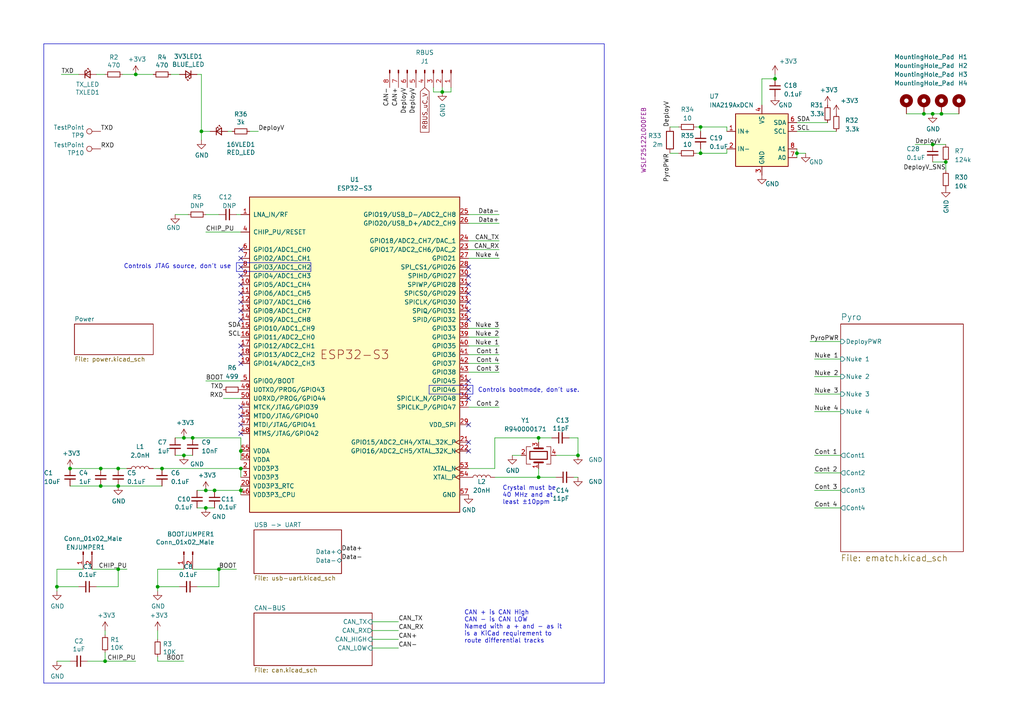
<source format=kicad_sch>
(kicad_sch (version 20230121) (generator eeschema)
  (paper "A4")
  (lib_symbols
    (symbol "Connector:Conn_01x02_Male" (pin_names (offset 1.016) hide)
      (property "Reference" "J" (at 0 2.54 0))
      (property "Value" "Conn_01x02_Male" (at 0 -5.08 0))
      (symbol "Conn_01x02_Male_1_1"
        (polyline (pts (xy 1.27 -2.54) (xy 0.8636 -2.54)) (stroke (width 0.1524)))
        (polyline (pts (xy 1.27 0) (xy 0.8636 0)) (stroke (width 0.1524)))
        (rectangle (start 0.8636 -2.413) (end 0 -2.667) (stroke (width 0.1524)) (fill (type outline)))
        (rectangle (start 0.8636 0.127) (end 0 -0.127) (stroke (width 0.1524)) (fill (type outline)))
        (pin passive line (at 5.08 0 180) (length 3.81) (name "Pin_1") (number "1"))
        (pin passive line (at 5.08 -2.54 180) (length 3.81) (name "Pin_2") (number "2"))
      )
    )
    (symbol "Connector:Conn_01x08_Pin" (pin_names (offset 1.016) hide)
      (property "Reference" "J" (at 0 10.16 0))
      (property "Value" "Conn_01x08_Pin" (at 0 -12.7 0))
      (symbol "Conn_01x08_Pin_1_1"
        (polyline (pts (xy 1.27 -10.16) (xy 0.8636 -10.16)) (stroke (width 0.1524)))
        (polyline (pts (xy 1.27 -7.62) (xy 0.8636 -7.62)) (stroke (width 0.1524)))
        (polyline (pts (xy 1.27 -5.08) (xy 0.8636 -5.08)) (stroke (width 0.1524)))
        (polyline (pts (xy 1.27 -2.54) (xy 0.8636 -2.54)) (stroke (width 0.1524)))
        (polyline (pts (xy 1.27 0) (xy 0.8636 0)) (stroke (width 0.1524)))
        (polyline (pts (xy 1.27 2.54) (xy 0.8636 2.54)) (stroke (width 0.1524)))
        (polyline (pts (xy 1.27 5.08) (xy 0.8636 5.08)) (stroke (width 0.1524)))
        (polyline (pts (xy 1.27 7.62) (xy 0.8636 7.62)) (stroke (width 0.1524)))
        (rectangle (start 0.8636 -10.033) (end 0 -10.287) (stroke (width 0.1524)) (fill (type outline)))
        (rectangle (start 0.8636 -7.493) (end 0 -7.747) (stroke (width 0.1524)) (fill (type outline)))
        (rectangle (start 0.8636 -4.953) (end 0 -5.207) (stroke (width 0.1524)) (fill (type outline)))
        (rectangle (start 0.8636 -2.413) (end 0 -2.667) (stroke (width 0.1524)) (fill (type outline)))
        (rectangle (start 0.8636 0.127) (end 0 -0.127) (stroke (width 0.1524)) (fill (type outline)))
        (rectangle (start 0.8636 2.667) (end 0 2.413) (stroke (width 0.1524)) (fill (type outline)))
        (rectangle (start 0.8636 5.207) (end 0 4.953) (stroke (width 0.1524)) (fill (type outline)))
        (rectangle (start 0.8636 7.747) (end 0 7.493) (stroke (width 0.1524)) (fill (type outline)))
        (pin passive line (at 5.08 7.62 180) (length 3.81) (name "Pin_1") (number "1"))
        (pin passive line (at 5.08 5.08 180) (length 3.81) (name "Pin_2") (number "2"))
        (pin passive line (at 5.08 2.54 180) (length 3.81) (name "Pin_3") (number "3"))
        (pin passive line (at 5.08 0 180) (length 3.81) (name "Pin_4") (number "4"))
        (pin passive line (at 5.08 -2.54 180) (length 3.81) (name "Pin_5") (number "5"))
        (pin passive line (at 5.08 -5.08 180) (length 3.81) (name "Pin_6") (number "6"))
        (pin passive line (at 5.08 -7.62 180) (length 3.81) (name "Pin_7") (number "7"))
        (pin passive line (at 5.08 -10.16 180) (length 3.81) (name "Pin_8") (number "8"))
      )
    )
    (symbol "Connector:TestPoint" (pin_numbers hide) (pin_names (offset 0.762) hide)
      (property "Reference" "TP" (at 0 6.858 0))
      (property "Value" "TestPoint" (at 0 5.08 0))
      (symbol "TestPoint_0_1"
        (circle (center 0 3.302) (radius 0.762))
      )
      (symbol "TestPoint_1_1"
        (pin passive line (at 0 0 90) (length 2.54) (name "1") (number "1"))
      )
    )
    (symbol "Device:C_Small" (pin_numbers hide) (pin_names (offset 0.254) hide)
      (property "Reference" "C" (at 0.254 1.778 0))
      (property "Value" "C_Small" (at 0.254 -2.032 0))
      (symbol "C_Small_0_1"
        (polyline (pts (xy -1.524 -0.508) (xy 1.524 -0.508)) (stroke (width 0.3302)))
        (polyline (pts (xy -1.524 0.508) (xy 1.524 0.508)) (stroke (width 0.3048)))
      )
      (symbol "C_Small_1_1"
        (pin passive line (at 0 2.54 270) (length 2.032) (name "~") (number "1"))
        (pin passive line (at 0 -2.54 90) (length 2.032) (name "~") (number "2"))
      )
    )
    (symbol "Device:Crystal_GND24" (pin_names (offset 1.016) hide)
      (property "Reference" "Y" (at 3.175 5.08 0))
      (property "Value" "Crystal_GND24" (at 3.175 3.175 0))
      (symbol "Crystal_GND24_0_1"
        (rectangle (start -1.143 2.54) (end 1.143 -2.54) (stroke (width 0.3048)))
        (polyline (pts (xy -2.54 0) (xy -2.032 0)))
        (polyline (pts (xy -2.032 -1.27) (xy -2.032 1.27)) (stroke (width 0.508)))
        (polyline (pts (xy 0 -3.81) (xy 0 -3.556)))
        (polyline (pts (xy 0 3.556) (xy 0 3.81)))
        (polyline (pts (xy 2.032 -1.27) (xy 2.032 1.27)) (stroke (width 0.508)))
        (polyline (pts (xy 2.032 0) (xy 2.54 0)))
        (polyline (pts (xy -2.54 -2.286) (xy -2.54 -3.556) (xy 2.54 -3.556) (xy 2.54 -2.286)))
        (polyline (pts (xy -2.54 2.286) (xy -2.54 3.556) (xy 2.54 3.556) (xy 2.54 2.286)))
      )
      (symbol "Crystal_GND24_1_1"
        (pin passive line (at -3.81 0 0) (length 1.27) (name "1") (number "1"))
        (pin passive line (at 0 5.08 270) (length 1.27) (name "2") (number "2"))
        (pin passive line (at 3.81 0 180) (length 1.27) (name "3") (number "3"))
        (pin passive line (at 0 -5.08 90) (length 1.27) (name "4") (number "4"))
      )
    )
    (symbol "Device:L" (pin_numbers hide) (pin_names (offset 1.016) hide)
      (property "Reference" "L" (at -1.27 0 90))
      (property "Value" "L" (at 1.905 0 90))
      (symbol "L_0_1"
        (arc (start 0 -2.54) (mid 0.6323 -1.905) (end 0 -1.27))
        (arc (start 0 -1.27) (mid 0.6323 -0.635) (end 0 0))
        (arc (start 0 0) (mid 0.6323 0.635) (end 0 1.27))
        (arc (start 0 1.27) (mid 0.6323 1.905) (end 0 2.54))
      )
      (symbol "L_1_1"
        (pin passive line (at 0 3.81 270) (length 1.27) (name "1") (number "1"))
        (pin passive line (at 0 -3.81 90) (length 1.27) (name "2") (number "2"))
      )
    )
    (symbol "Device:LED_Small" (pin_numbers hide) (pin_names (offset 0.254) hide)
      (property "Reference" "D" (at -1.27 3.175 0))
      (property "Value" "LED_Small" (at -4.445 -2.54 0))
      (symbol "LED_Small_0_1"
        (polyline (pts (xy -0.762 -1.016) (xy -0.762 1.016)) (stroke (width 0.254)))
        (polyline (pts (xy 1.016 0) (xy -0.762 0)))
        (polyline (pts (xy 0.762 -1.016) (xy -0.762 0) (xy 0.762 1.016) (xy 0.762 -1.016)) (stroke (width 0.254)))
        (polyline (pts (xy 0 0.762) (xy -0.508 1.27) (xy -0.254 1.27) (xy -0.508 1.27) (xy -0.508 1.016)))
        (polyline (pts (xy 0.508 1.27) (xy 0 1.778) (xy 0.254 1.778) (xy 0 1.778) (xy 0 1.524)))
      )
      (symbol "LED_Small_1_1"
        (pin passive line (at -2.54 0 0) (length 1.778) (name "K") (number "1"))
        (pin passive line (at 2.54 0 180) (length 1.778) (name "A") (number "2"))
      )
    )
    (symbol "Device:R" (pin_numbers hide) (pin_names (offset 0))
      (property "Reference" "R" (at 2.032 0 90))
      (property "Value" "R" (at 0 0 90))
      (symbol "R_0_1"
        (rectangle (start -1.016 -2.54) (end 1.016 2.54) (stroke (width 0.254)))
      )
      (symbol "R_1_1"
        (pin passive line (at 0 3.81 270) (length 1.27) (name "~") (number "1"))
        (pin passive line (at 0 -3.81 90) (length 1.27) (name "~") (number "2"))
      )
    )
    (symbol "Device:R_Small" (pin_numbers hide) (pin_names (offset 0.254) hide)
      (property "Reference" "R" (at 0.762 0.508 0))
      (property "Value" "R_Small" (at 0.762 -1.016 0))
      (symbol "R_Small_0_1"
        (rectangle (start -0.762 1.778) (end 0.762 -1.778) (stroke (width 0.2032)))
      )
      (symbol "R_Small_1_1"
        (pin passive line (at 0 2.54 270) (length 0.762) (name "~") (number "1"))
        (pin passive line (at 0 -2.54 90) (length 0.762) (name "~") (number "2"))
      )
    )
    (symbol "Espressif:ESP32-S3" (pin_names (offset 1.016))
      (property "Reference" "U" (at 0 48.26 0))
      (property "Value" "ESP32-S3" (at 0 -48.26 0))
      (symbol "ESP32-S3_0_0"
        (text "ESP32-S3" (at 0 0 0) (effects (font (size 2.54 2.54))))
        (pin bidirectional line (at 33.02 -12.7 180) (length 2.54) (name "SPICLK_N/GPIO48") (number "36"))
        (pin bidirectional line (at 33.02 -15.24 180) (length 2.54) (name "SPICLK_P/GPIO47") (number "37"))
      )
      (symbol "ESP32-S3_0_1"
        (rectangle (start -30.48 45.72) (end 30.48 -45.72) (stroke (width 0.254)) (fill (type background)))
      )
      (symbol "ESP32-S3_1_1"
        (pin bidirectional line (at -33.02 40.64 0) (length 2.54) (name "LNA_IN/RF") (number "1"))
        (pin bidirectional line (at -33.02 20.32 0) (length 2.54) (name "GPIO5/ADC1_CH4") (number "10"))
        (pin bidirectional line (at -33.02 17.78 0) (length 2.54) (name "GPIO6/ADC1_CH5") (number "11"))
        (pin bidirectional line (at -33.02 15.24 0) (length 2.54) (name "GPIO7/ADC1_CH6") (number "12"))
        (pin bidirectional line (at -33.02 12.7 0) (length 2.54) (name "GPIO8/ADC1_CH7") (number "13"))
        (pin bidirectional line (at -33.02 10.16 0) (length 2.54) (name "GPIO9/ADC1_CH8") (number "14"))
        (pin bidirectional line (at -33.02 7.62 0) (length 2.54) (name "GPIO10/ADC1_CH9") (number "15"))
        (pin bidirectional line (at -33.02 5.08 0) (length 2.54) (name "GPIO11/ADC2_CH0") (number "16"))
        (pin bidirectional line (at -33.02 2.54 0) (length 2.54) (name "GPIO12/ADC2_CH1") (number "17"))
        (pin bidirectional line (at -33.02 0 0) (length 2.54) (name "GPIO13/ADC2_CH2") (number "18"))
        (pin bidirectional line (at -33.02 -2.54 0) (length 2.54) (name "GPIO14/ADC2_CH3") (number "19"))
        (pin power_in line (at -33.02 -33.02 0) (length 2.54) (name "VDD3P3") (number "2"))
        (pin power_in line (at -33.02 -38.1 0) (length 2.54) (name "VDD3P3_RTC") (number "20"))
        (pin input clock (at 33.02 -25.4 180) (length 2.54) (name "GPIO15/ADC2_CH4/XTAL_32K_P") (number "21"))
        (pin output clock (at 33.02 -27.94 180) (length 2.54) (name "GPIO16/ADC2_CH5/XTAL_32K_N") (number "22"))
        (pin bidirectional line (at 33.02 30.48 180) (length 2.54) (name "GPIO17/ADC2_CH6/DAC_2") (number "23"))
        (pin bidirectional line (at 33.02 33.02 180) (length 2.54) (name "GPIO18/ADC2_CH7/DAC_1") (number "24"))
        (pin bidirectional line (at 33.02 40.64 180) (length 2.54) (name "GPIO19/USB_D-/ADC2_CH8") (number "25"))
        (pin bidirectional line (at 33.02 38.1 180) (length 2.54) (name "GPIO20/USB_D+/ADC2_CH9") (number "26"))
        (pin bidirectional line (at 33.02 27.94 180) (length 2.54) (name "GPIO21") (number "27"))
        (pin bidirectional line (at 33.02 25.4 180) (length 2.54) (name "SPI_CS1/GPIO26") (number "28"))
        (pin power_out line (at 33.02 -20.32 180) (length 2.54) (name "VDD_SPI") (number "29"))
        (pin power_in line (at -33.02 -35.56 0) (length 2.54) (name "VDD3P3") (number "3"))
        (pin bidirectional line (at 33.02 22.86 180) (length 2.54) (name "SPIHD/GPIO27") (number "30"))
        (pin bidirectional line (at 33.02 20.32 180) (length 2.54) (name "SPIWP/GPIO28") (number "31"))
        (pin bidirectional line (at 33.02 17.78 180) (length 2.54) (name "SPICS0/GPIO29") (number "32"))
        (pin bidirectional line (at 33.02 15.24 180) (length 2.54) (name "SPICLK/GPIO30") (number "33"))
        (pin bidirectional line (at 33.02 12.7 180) (length 2.54) (name "SPIQ/GPIO31") (number "34"))
        (pin bidirectional line (at 33.02 10.16 180) (length 2.54) (name "SPID/GPIO32") (number "35"))
        (pin bidirectional line (at 33.02 7.62 180) (length 2.54) (name "GPIO33") (number "38"))
        (pin bidirectional line (at 33.02 5.08 180) (length 2.54) (name "GPIO34") (number "39"))
        (pin input line (at -33.02 35.56 0) (length 2.54) (name "CHIP_PU/RESET") (number "4"))
        (pin bidirectional line (at 33.02 2.54 180) (length 2.54) (name "GPIO35") (number "40"))
        (pin bidirectional line (at 33.02 0 180) (length 2.54) (name "GPIO36") (number "41"))
        (pin bidirectional line (at 33.02 -2.54 180) (length 2.54) (name "GPIO37") (number "42"))
        (pin bidirectional line (at 33.02 -5.08 180) (length 2.54) (name "GPIO38") (number "43"))
        (pin bidirectional line (at -33.02 -15.24 0) (length 2.54) (name "MTCK/JTAG/GPIO39") (number "44"))
        (pin bidirectional line (at -33.02 -17.78 0) (length 2.54) (name "MTDO/JTAG/GPIO40") (number "45"))
        (pin power_in line (at -33.02 -40.64 0) (length 2.54) (name "VDD3P3_CPU") (number "46"))
        (pin bidirectional line (at -33.02 -20.32 0) (length 2.54) (name "MTDI/JTAG/GPIO41") (number "47"))
        (pin bidirectional line (at -33.02 -22.86 0) (length 2.54) (name "MTMS/JTAG/GPIO42") (number "48"))
        (pin bidirectional line (at -33.02 -10.16 0) (length 2.54) (name "U0TXD/PROG/GPIO43") (number "49"))
        (pin bidirectional line (at -33.02 -7.62 0) (length 2.54) (name "GPIO0/BOOT") (number "5"))
        (pin bidirectional line (at -33.02 -12.7 0) (length 2.54) (name "U0RXD/PROG/GPIO44") (number "50"))
        (pin bidirectional line (at 33.02 -7.62 180) (length 2.54) (name "GPIO45") (number "51"))
        (pin bidirectional line (at 33.02 -10.16 180) (length 2.54) (name "GPIO46") (number "52"))
        (pin input clock (at 33.02 -33.02 180) (length 2.54) (name "XTAL_N") (number "53"))
        (pin output clock (at 33.02 -35.56 180) (length 2.54) (name "XTAL_P") (number "54"))
        (pin power_in line (at -33.02 -27.94 0) (length 2.54) (name "VDDA") (number "55"))
        (pin power_in line (at -33.02 -30.48 0) (length 2.54) (name "VDDA") (number "56"))
        (pin power_in line (at 33.02 -40.64 180) (length 2.54) (name "GND") (number "57"))
        (pin bidirectional line (at -33.02 30.48 0) (length 2.54) (name "GPIO1/ADC1_CH0") (number "6"))
        (pin bidirectional line (at -33.02 27.94 0) (length 2.54) (name "GPIO2/ADC1_CH1") (number "7"))
        (pin bidirectional line (at -33.02 25.4 0) (length 2.54) (name "GPIO3/ADC1_CH2") (number "8"))
        (pin bidirectional line (at -33.02 22.86 0) (length 2.54) (name "GPIO4/ADC1_CH3") (number "9"))
      )
    )
    (symbol "Mechanical:MountingHole_Pad" (pin_numbers hide) (pin_names (offset 1.016) hide)
      (property "Reference" "H" (at 0 6.35 0))
      (property "Value" "MountingHole_Pad" (at 0 4.445 0))
      (symbol "MountingHole_Pad_0_1"
        (circle (center 0 1.27) (radius 1.27) (stroke (width 1.27)))
      )
      (symbol "MountingHole_Pad_1_1"
        (pin input line (at 0 -2.54 90) (length 2.54) (name "1") (number "1"))
      )
    )
    (symbol "Sensor_Energy:INA219AxDCN"
      (property "Reference" "U" (at -6.35 8.89 0))
      (property "Value" "INA219AxDCN" (at 6.35 8.89 0))
      (symbol "INA219AxDCN_0_1"
        (rectangle (start -7.62 7.62) (end 7.62 -7.62) (stroke (width 0.254)) (fill (type background)))
      )
      (symbol "INA219AxDCN_1_1"
        (pin input line (at -10.16 2.54 0) (length 2.54) (name "IN+") (number "1"))
        (pin input line (at -10.16 -2.54 0) (length 2.54) (name "IN-") (number "2"))
        (pin power_in line (at 0 -10.16 90) (length 2.54) (name "GND") (number "3"))
        (pin power_in line (at 0 10.16 270) (length 2.54) (name "VS") (number "4"))
        (pin input line (at 10.16 2.54 180) (length 2.54) (name "SCL") (number "5"))
        (pin bidirectional line (at 10.16 5.08 180) (length 2.54) (name "SDA") (number "6"))
        (pin input line (at 10.16 -5.08 180) (length 2.54) (name "A0") (number "7"))
        (pin input line (at 10.16 -2.54 180) (length 2.54) (name "A1") (number "8"))
      )
    )
    (symbol "power:+3.3V" (power) (pin_names (offset 0))
      (property "Value" "+3.3V" (at 0 3.556 0))
      (symbol "+3.3V_0_1"
        (polyline (pts (xy -0.762 1.27) (xy 0 2.54)))
        (polyline (pts (xy 0 0) (xy 0 2.54)))
        (polyline (pts (xy 0 2.54) (xy 0.762 1.27)))
      )
      (symbol "+3.3V_1_1"
        (pin power_in line (at 0 0 90) (length 0) hide (name "+3V3") (number "1"))
      )
    )
    (symbol "power:GND" (power) (pin_names (offset 0))
      (property "Value" "GND" (at 0 -3.81 0))
      (symbol "GND_0_1"
        (polyline (pts (xy 0 0) (xy 0 -1.27) (xy 1.27 -1.27) (xy 0 -2.54) (xy -1.27 -1.27) (xy 0 -1.27)))
      )
      (symbol "GND_1_1"
        (pin power_in line (at 0 0 270) (length 0) hide (name "GND") (number "1"))
      )
    )
  )
  (junction (at 39.37 21.59))
  (junction (at 59.69 142.24))
  (junction (at 203.2 36.83))
  (junction (at 53.34 127))
  (junction (at 30.48 191.77))
  (junction (at 58.42 38.1))
  (junction (at 69.85 142.24))
  (junction (at 270.51 41.91))
  (junction (at 55.88 127))
  (junction (at 63.5 165.1))
  (junction (at 59.69 147.32))
  (junction (at 62.23 142.24))
  (junction (at 34.29 135.89))
  (junction (at 231.14 44.45))
  (junction (at 20.32 135.89))
  (junction (at 203.2 44.45))
  (junction (at 45.72 170.18))
  (junction (at 224.79 22.86))
  (junction (at 29.21 135.89))
  (junction (at 34.29 140.97))
  (junction (at 156.21 127))
  (junction (at 273.05 33.02))
  (junction (at 53.34 132.08))
  (junction (at 156.21 138.43))
  (junction (at 69.85 130.81))
  (junction (at 29.21 140.97))
  (junction (at 16.51 170.18))
  (junction (at 274.32 46.99))
  (junction (at 270.51 33.02))
  (junction (at 267.97 33.02))
  (junction (at 167.64 132.08))
  (junction (at 46.99 135.89))
  (junction (at 128.27 26.67))
  (junction (at 34.29 165.1))
  (junction (at 69.85 135.89))
  (no_connect (at 69.85 100.33))
  (no_connect (at 69.85 123.19))
  (no_connect (at 135.89 92.71))
  (no_connect (at 69.85 87.63))
  (no_connect (at 69.85 102.87))
  (no_connect (at 135.89 77.47))
  (no_connect (at 135.89 115.57))
  (no_connect (at 69.85 90.17))
  (no_connect (at 135.89 130.81))
  (no_connect (at 69.85 72.39))
  (no_connect (at 135.89 87.63))
  (no_connect (at 135.89 80.01))
  (no_connect (at 69.85 92.71))
  (no_connect (at 135.89 128.27))
  (no_connect (at 69.85 77.47))
  (no_connect (at 69.85 82.55))
  (no_connect (at 69.85 80.01))
  (no_connect (at 69.85 120.65))
  (no_connect (at 69.85 85.09))
  (no_connect (at 69.85 105.41))
  (no_connect (at 135.89 113.03))
  (no_connect (at 69.85 74.93))
  (no_connect (at 135.89 90.17))
  (no_connect (at 135.89 85.09))
  (no_connect (at 135.89 110.49))
  (no_connect (at 69.85 118.11))
  (no_connect (at 135.89 123.19))
  (no_connect (at 135.89 82.55))
  (no_connect (at 69.85 125.73))
  (wire (pts (xy 30.48 191.77) (xy 30.48 189.23)))
  (wire (pts (xy 135.89 62.23) (xy 144.78 62.23)))
  (wire (pts (xy 58.42 38.1) (xy 58.42 40.64)))
  (wire (pts (xy 231.14 44.45) (xy 233.68 44.45)))
  (wire (pts (xy 69.85 135.89) (xy 69.85 138.43)))
  (polyline (pts (xy 90.17 78.74) (xy 68.58 78.74)))
  (wire (pts (xy 63.5 170.18) (xy 63.5 165.1)))
  (polyline (pts (xy 68.58 76.2) (xy 68.58 78.74)))
  (wire (pts (xy 16.51 191.77) (xy 20.32 191.77)))
  (wire (pts (xy 144.78 97.79) (xy 135.89 97.79)))
  (wire (pts (xy 107.95 180.34) (xy 115.57 180.34)))
  (wire (pts (xy 236.22 119.38) (xy 243.84 119.38)))
  (wire (pts (xy 128.27 25.4) (xy 128.27 26.67)))
  (wire (pts (xy 160.02 127) (xy 156.21 127)))
  (wire (pts (xy 45.72 165.1) (xy 53.34 165.1)))
  (wire (pts (xy 125.73 26.67) (xy 128.27 26.67)))
  (wire (pts (xy 58.42 21.59) (xy 57.15 21.59)))
  (wire (pts (xy 203.2 36.83) (xy 203.2 38.1)))
  (wire (pts (xy 29.21 135.89) (xy 34.29 135.89)))
  (wire (pts (xy 143.51 138.43) (xy 156.21 138.43)))
  (wire (pts (xy 59.69 110.49) (xy 69.85 110.49)))
  (polyline (pts (xy 12.7 12.7) (xy 12.7 198.12)))
  (wire (pts (xy 267.97 33.02) (xy 262.89 33.02)))
  (wire (pts (xy 201.93 44.45) (xy 203.2 44.45)))
  (wire (pts (xy 16.51 170.18) (xy 16.51 171.45)))
  (wire (pts (xy 57.15 170.18) (xy 63.5 170.18)))
  (polyline (pts (xy 137.16 111.76) (xy 137.16 114.3)))
  (wire (pts (xy 68.58 165.1) (xy 63.5 165.1)))
  (wire (pts (xy 220.98 22.86) (xy 224.79 22.86)))
  (wire (pts (xy 68.58 62.23) (xy 69.85 62.23)))
  (wire (pts (xy 27.94 21.59) (xy 30.48 21.59)))
  (wire (pts (xy 16.51 165.1) (xy 16.51 170.18)))
  (wire (pts (xy 161.29 132.08) (xy 167.64 132.08)))
  (wire (pts (xy 30.48 182.88) (xy 30.48 184.15)))
  (wire (pts (xy 57.15 147.32) (xy 59.69 147.32)))
  (wire (pts (xy 144.78 102.87) (xy 135.89 102.87)))
  (polyline (pts (xy 68.58 76.2) (xy 90.17 76.2)))
  (wire (pts (xy 34.29 135.89) (xy 36.83 135.89)))
  (wire (pts (xy 69.85 142.24) (xy 69.85 143.51)))
  (wire (pts (xy 26.67 165.1) (xy 34.29 165.1)))
  (wire (pts (xy 62.23 142.24) (xy 69.85 142.24)))
  (wire (pts (xy 64.77 115.57) (xy 69.85 115.57)))
  (wire (pts (xy 53.34 132.08) (xy 55.88 132.08)))
  (wire (pts (xy 143.51 135.89) (xy 143.51 127)))
  (wire (pts (xy 156.21 127) (xy 156.21 128.27)))
  (wire (pts (xy 34.29 165.1) (xy 36.83 165.1)))
  (wire (pts (xy 50.8 132.08) (xy 53.34 132.08)))
  (wire (pts (xy 270.51 41.91) (xy 274.32 41.91)))
  (polyline (pts (xy 124.46 111.76) (xy 124.46 114.3)))
  (wire (pts (xy 236.22 109.22) (xy 243.84 109.22)))
  (wire (pts (xy 201.93 36.83) (xy 203.2 36.83)))
  (polyline (pts (xy 12.7 12.7) (xy 175.26 12.7)))
  (wire (pts (xy 231.14 35.56) (xy 240.03 35.56)))
  (wire (pts (xy 135.89 107.95) (xy 144.78 107.95)))
  (wire (pts (xy 44.45 135.89) (xy 46.99 135.89)))
  (wire (pts (xy 69.85 130.81) (xy 69.85 133.35)))
  (wire (pts (xy 22.86 170.18) (xy 16.51 170.18)))
  (wire (pts (xy 130.81 25.4) (xy 130.81 26.67)))
  (wire (pts (xy 144.78 105.41) (xy 135.89 105.41)))
  (wire (pts (xy 67.31 38.1) (xy 66.04 38.1)))
  (wire (pts (xy 236.22 137.16) (xy 243.84 137.16)))
  (wire (pts (xy 50.8 127) (xy 53.34 127)))
  (wire (pts (xy 17.78 21.59) (xy 22.86 21.59)))
  (wire (pts (xy 52.07 170.18) (xy 45.72 170.18)))
  (wire (pts (xy 50.8 62.23) (xy 54.61 62.23)))
  (wire (pts (xy 236.22 132.08) (xy 243.84 132.08)))
  (wire (pts (xy 59.69 62.23) (xy 63.5 62.23)))
  (wire (pts (xy 194.31 44.45) (xy 196.85 44.45)))
  (wire (pts (xy 278.13 33.02) (xy 273.05 33.02)))
  (wire (pts (xy 29.21 140.97) (xy 34.29 140.97)))
  (wire (pts (xy 35.56 21.59) (xy 39.37 21.59)))
  (wire (pts (xy 55.88 127) (xy 69.85 127)))
  (wire (pts (xy 107.95 187.96) (xy 115.57 187.96)))
  (wire (pts (xy 107.95 182.88) (xy 115.57 182.88)))
  (wire (pts (xy 69.85 127) (xy 69.85 130.81)))
  (wire (pts (xy 203.2 43.18) (xy 203.2 44.45)))
  (polyline (pts (xy 137.16 114.3) (xy 124.46 114.3)))
  (wire (pts (xy 194.31 36.83) (xy 196.85 36.83)))
  (wire (pts (xy 125.73 25.4) (xy 125.73 26.67)))
  (wire (pts (xy 25.4 191.77) (xy 30.48 191.77)))
  (wire (pts (xy 273.05 33.02) (xy 270.51 33.02)))
  (wire (pts (xy 135.89 135.89) (xy 143.51 135.89)))
  (wire (pts (xy 45.72 170.18) (xy 45.72 171.45)))
  (wire (pts (xy 45.72 191.77) (xy 45.72 190.5)))
  (wire (pts (xy 231.14 38.1) (xy 242.57 38.1)))
  (wire (pts (xy 49.53 21.59) (xy 52.07 21.59)))
  (wire (pts (xy 60.96 38.1) (xy 58.42 38.1)))
  (wire (pts (xy 236.22 114.3) (xy 243.84 114.3)))
  (wire (pts (xy 148.59 132.08) (xy 151.13 132.08)))
  (wire (pts (xy 210.82 44.45) (xy 210.82 43.18)))
  (wire (pts (xy 58.42 21.59) (xy 58.42 38.1)))
  (wire (pts (xy 161.29 138.43) (xy 156.21 138.43)))
  (wire (pts (xy 274.32 46.99) (xy 274.32 49.53)))
  (wire (pts (xy 231.14 44.45) (xy 231.14 45.72)))
  (wire (pts (xy 144.78 118.11) (xy 135.89 118.11)))
  (wire (pts (xy 144.78 72.39) (xy 135.89 72.39)))
  (wire (pts (xy 236.22 104.14) (xy 243.84 104.14)))
  (wire (pts (xy 59.69 67.31) (xy 69.85 67.31)))
  (wire (pts (xy 203.2 36.83) (xy 210.82 36.83)))
  (wire (pts (xy 74.93 38.1) (xy 72.39 38.1)))
  (wire (pts (xy 144.78 100.33) (xy 135.89 100.33)))
  (wire (pts (xy 53.34 191.77) (xy 45.72 191.77)))
  (wire (pts (xy 210.82 36.83) (xy 210.82 38.1)))
  (wire (pts (xy 156.21 135.89) (xy 156.21 138.43)))
  (wire (pts (xy 34.29 170.18) (xy 34.29 165.1)))
  (polyline (pts (xy 90.17 76.2) (xy 90.17 78.74)))
  (wire (pts (xy 144.78 69.85) (xy 135.89 69.85)))
  (wire (pts (xy 143.51 127) (xy 156.21 127)))
  (wire (pts (xy 220.98 30.48) (xy 220.98 22.86)))
  (wire (pts (xy 167.64 138.43) (xy 166.37 138.43)))
  (wire (pts (xy 270.51 46.99) (xy 274.32 46.99)))
  (wire (pts (xy 20.32 135.89) (xy 29.21 135.89)))
  (wire (pts (xy 55.88 165.1) (xy 63.5 165.1)))
  (wire (pts (xy 236.22 142.24) (xy 243.84 142.24)))
  (wire (pts (xy 167.64 127) (xy 167.64 132.08)))
  (wire (pts (xy 224.79 21.59) (xy 224.79 22.86)))
  (wire (pts (xy 231.14 43.18) (xy 231.14 44.45)))
  (wire (pts (xy 39.37 21.59) (xy 44.45 21.59)))
  (polyline (pts (xy 124.46 111.76) (xy 137.16 111.76)))
  (wire (pts (xy 59.69 147.32) (xy 62.23 147.32)))
  (wire (pts (xy 203.2 44.45) (xy 210.82 44.45)))
  (wire (pts (xy 130.81 26.67) (xy 128.27 26.67)))
  (wire (pts (xy 30.48 191.77) (xy 39.37 191.77)))
  (wire (pts (xy 270.51 33.02) (xy 267.97 33.02)))
  (wire (pts (xy 107.95 185.42) (xy 115.57 185.42)))
  (wire (pts (xy 265.43 41.91) (xy 270.51 41.91)))
  (wire (pts (xy 53.34 127) (xy 55.88 127)))
  (wire (pts (xy 46.99 135.89) (xy 69.85 135.89)))
  (polyline (pts (xy 175.26 12.7) (xy 175.26 198.12)))
  (wire (pts (xy 34.29 140.97) (xy 46.99 140.97)))
  (wire (pts (xy 234.95 99.06) (xy 243.84 99.06)))
  (wire (pts (xy 144.78 74.93) (xy 135.89 74.93)))
  (wire (pts (xy 135.89 64.77) (xy 144.78 64.77)))
  (wire (pts (xy 27.94 170.18) (xy 34.29 170.18)))
  (wire (pts (xy 45.72 165.1) (xy 45.72 170.18)))
  (wire (pts (xy 59.69 142.24) (xy 62.23 142.24)))
  (wire (pts (xy 57.15 142.24) (xy 59.69 142.24)))
  (wire (pts (xy 20.32 140.97) (xy 29.21 140.97)))
  (wire (pts (xy 69.85 142.24) (xy 69.85 140.97)))
  (wire (pts (xy 167.64 127) (xy 165.1 127)))
  (wire (pts (xy 45.72 182.88) (xy 45.72 185.42)))
  (wire (pts (xy 16.51 165.1) (xy 24.13 165.1)))
  (wire (pts (xy 236.22 147.32) (xy 243.84 147.32)))
  (polyline (pts (xy 175.26 198.12) (xy 12.7 198.12)))
  (wire (pts (xy 144.78 95.25) (xy 135.89 95.25)))
  (text_box "Crystal must be 40 MHz and at least ±10ppm" (at 144.78 139.7 0) (size 19.05 11.43) (stroke (width -0.0001)) (effects (font (size 1.27 1.27)) (justify left top)))
  (text "Controls bootmode, don't use.\n" (at 138.5894 113.9757 0) (effects (font (size 1.27 1.27)) (justify left bottom)))
  (text "CAN + is CAN High\nCAN - is CAN LOW\nNamed with a + and - as it\nis a KiCad requirement to\nroute differential tracks\n" (at 134.62 186.69 0) (effects (font (size 1.27 1.27)) (justify left bottom)))
  (text "Controls JTAG source, don't use\n" (at 67.0857 78.0878 0) (effects (font (size 1.27 1.27)) (justify right bottom)))
  (label "Nuke 2" (at 236.22 109.22 0))
  (label "PyroPWR" (at 234.95 99.06 0))
  (label "Nuke 4" (at 144.78 74.93 180))
  (label "Cont 1" (at 236.22 132.08 0))
  (label "Cont 2" (at 236.22 137.16 0))
  (label "SCL" (at 69.85 97.79 180))
  (label "DeployV" (at 118.11 25.4 270))
  (label "Nuke 3" (at 236.22 114.3 0))
  (label "CHIP_PU" (at 36.83 165.1 180))
  (label "DeployV" (at 194.31 36.83 90))
  (label "SDA" (at 231.14 35.56 0))
  (label "Nuke 1" (at 144.78 100.33 180))
  (label "Cont 4" (at 144.78 105.41 180))
  (label "SDA" (at 69.85 95.25 180))
  (label "DeployV" (at 74.93 38.1 0))
  (label "Cont 4" (at 236.22 147.32 0))
  (label "Nuke 2" (at 144.78 97.79 180))
  (label "CAN+" (at 115.57 185.42 0))
  (label "Data+" (at 99.06 160.02 0))
  (label "RXD" (at 29.21 43.18 0))
  (label "DeployV" (at 120.65 25.4 270))
  (label "Data-" (at 99.06 162.56 0))
  (label "CAN_RX" (at 144.78 72.39 180))
  (label "CAN-" (at 113.03 25.4 270))
  (label "BOOT" (at 53.34 191.77 180))
  (label "Nuke 4" (at 236.22 119.38 0))
  (label "Nuke 1" (at 236.22 104.14 0))
  (label "TXD" (at 29.21 38.1 0))
  (label "CAN_TX" (at 115.57 180.34 0))
  (label "DeployV_SNS" (at 274.32 49.53 180))
  (label "BOOT" (at 68.58 165.1 180))
  (label "Nuke 3" (at 144.78 95.25 180))
  (label "SCL" (at 231.14 38.1 0))
  (label "RXD" (at 64.77 115.57 180))
  (label "BOOT" (at 59.69 110.49 0))
  (label "TXD" (at 64.77 113.03 180))
  (label "CAN+" (at 115.57 25.4 270))
  (label "Cont 3" (at 236.22 142.24 0))
  (label "CHIP_PU" (at 59.69 67.31 0))
  (label "Cont 1" (at 144.78 102.87 180))
  (label "Cont 2" (at 144.78 118.11 180))
  (label "CAN_RX" (at 115.57 182.88 0))
  (label "Data+" (at 144.78 64.77 180))
  (label "Data-" (at 144.78 62.23 180))
  (label "CAN-" (at 115.57 187.96 0))
  (label "CAN_TX" (at 144.78 69.85 180))
  (label "DeployV" (at 265.43 41.91 0))
  (label "TXD" (at 17.78 21.59 0))
  (label "PyroPWR" (at 194.31 44.45 270))
  (label "CHIP_PU" (at 39.37 191.77 180))
  (label "Cont 3" (at 144.78 107.95 180))
  (global_label "RBUS_uC_V" (shape input) (at 123.19 25.4 270) (property "Intersheetrefs" "${INTERSHEET_REFS}" (effects hide)))
  (symbol (lib_id "power:+3.3V") (at 30.48 182.88 0) (unit 1)
    (property "Reference" "#PWR04" (effects hide))
    (property "Value" "+3.3V" (at 30.861 178.4858 0))
  )
  (symbol (lib_id "Device:R_Small") (at 30.48 186.69 0) (unit 1)
    (property "Reference" "R1" (at 31.9786 185.5216 0) (effects (justify left)))
    (property "Value" "10K" (at 31.9786 187.833 0) (effects (justify left)))
    (property "Footprint" "Resistor_SMD:R_0402_1005Metric" (effects hide))
  )
  (symbol (lib_id "Device:C_Small") (at 22.86 191.77 270) (unit 1)
    (property "Reference" "C2" (at 22.86 185.9534 90))
    (property "Value" "1uF" (at 22.86 188.2648 90))
    (property "Footprint" "Capacitor_SMD:C_0402_1005Metric" (effects hide))
  )
  (symbol (lib_id "power:GND") (at 16.51 191.77 0) (unit 1)
    (property "Reference" "#PWR02" (effects hide))
    (property "Value" "GND" (at 16.637 196.1642 0))
  )
  (symbol (lib_id "power:+3.3V") (at 45.72 182.88 0) (unit 1)
    (property "Reference" "#PWR08" (effects hide))
    (property "Value" "+3.3V" (at 46.101 178.4858 0))
  )
  (symbol (lib_id "Device:R_Small") (at 45.72 187.96 0) (unit 1)
    (property "Reference" "R3" (at 47.2186 186.7916 0) (effects (justify left)))
    (property "Value" "10K" (at 47.2186 189.103 0) (effects (justify left)))
    (property "Footprint" "Resistor_SMD:R_0402_1005Metric" (effects hide))
  )
  (symbol (lib_id "power:GND") (at 45.72 171.45 0) (unit 1)
    (property "Reference" "#PWR07" (effects hide))
    (property "Value" "GND" (at 45.847 175.8442 0))
  )
  (symbol (lib_id "Device:C_Small") (at 54.61 170.18 270) (unit 1)
    (property "Reference" "C8" (at 54.61 164.3634 90))
    (property "Value" "0.1uF" (at 54.61 166.6748 90))
    (property "Footprint" "Capacitor_SMD:C_0402_1005Metric" (effects hide))
  )
  (symbol (lib_id "power:GND") (at 16.51 171.45 0) (unit 1)
    (property "Reference" "#PWR01" (effects hide))
    (property "Value" "GND" (at 16.637 175.8442 0))
  )
  (symbol (lib_id "Device:C_Small") (at 25.4 170.18 270) (unit 1)
    (property "Reference" "C3" (at 25.4 164.3634 90))
    (property "Value" "0.1uF" (at 25.4 166.6748 90))
    (property "Footprint" "Capacitor_SMD:C_0402_1005Metric" (effects hide))
  )
  (symbol (lib_id "Device:LED_Small") (at 25.4 21.59 0) (unit 1)
    (property "Reference" "TXLED1" (at 25.4 26.797 0))
    (property "Value" "TX_LED" (at 25.4 24.4856 0))
    (property "Footprint" "LED_SMD:LED_0402_1005Metric" (effects hide))
  )
  (symbol (lib_id "Device:R_Small") (at 33.02 21.59 270) (unit 1)
    (property "Reference" "R2" (at 33.02 16.6116 90))
    (property "Value" "470" (at 33.02 18.923 90))
    (property "Footprint" "Resistor_SMD:R_0402_1005Metric" (effects hide))
  )
  (symbol (lib_id "power:GND") (at 58.42 40.64 0) (unit 1)
    (property "Reference" "#PWR012" (effects hide))
    (property "Value" "GND" (at 58.547 45.0342 0))
  )
  (symbol (lib_id "power:+3.3V") (at 39.37 21.59 0) (unit 1)
    (property "Reference" "#PWR06" (effects hide))
    (property "Value" "+3.3V" (at 39.751 17.1958 0))
  )
  (symbol (lib_id "Device:LED_Small") (at 54.61 21.59 180) (unit 1)
    (property "Reference" "3V3LED1" (at 54.61 16.383 0))
    (property "Value" "BLUE_LED" (at 54.61 18.6944 0))
    (property "Footprint" "LED_SMD:LED_0402_1005Metric" (effects hide))
  )
  (symbol (lib_id "Device:R_Small") (at 46.99 21.59 270) (unit 1)
    (property "Reference" "R4" (at 46.99 16.6116 90))
    (property "Value" "470" (at 46.99 18.923 90))
    (property "Footprint" "Resistor_SMD:R_0402_1005Metric" (effects hide))
  )
  (symbol (lib_id "Connector:Conn_01x02_Male") (at 24.13 160.02 90) (mirror x) (unit 1)
    (property "Reference" "ENJUMPER1" (at 30.48 158.75 90) (effects (justify left)))
    (property "Value" "Conn_01x02_Male" (at 35.56 156.21 90) (effects (justify left)))
    (property "Footprint" "Connector_PinHeader_2.54mm:PinHeader_1x02_P2.54mm_Vertical" (effects hide))
  )
  (symbol (lib_id "Connector:Conn_01x02_Male") (at 53.34 160.02 90) (mirror x) (unit 1)
    (property "Reference" "BOOTJUMPER1" (at 62.23 154.94 90) (effects (justify left)))
    (property "Value" "Conn_01x02_Male" (at 62.23 157.2514 90) (effects (justify left)))
    (property "Footprint" "Connector_PinHeader_2.54mm:PinHeader_1x02_P2.54mm_Vertical" (effects hide))
  )
  (symbol (lib_id "power:GND") (at 128.27 26.67 0) (unit 1)
    (property "Reference" "#PWR018" (effects hide))
    (property "Value" "GND" (at 128.397 29.9212 90) (effects (justify right)))
  )
  (symbol (lib_id "Connector:Conn_01x08_Pin") (at 123.19 20.32 270) (unit 1)
    (property "Reference" "J1" (at 123.19 17.78 90))
    (property "Value" "RBUS" (at 123.19 15.24 90))
    (property "Footprint" "Connector_Molex:Molex_Mini-Fit_Jr_5569-08A2_2x04_P4.20mm_Horizontal" (effects hide))
  )
  (symbol (lib_id "Device:R_Small") (at 274.32 44.45 0) (unit 1)
    (property "Reference" "R7" (at 276.86 43.815 0) (effects (justify left)))
    (property "Value" "124k" (at 276.86 46.355 0) (effects (justify left)))
    (property "Footprint" "Resistor_SMD:R_0402_1005Metric" (effects hide))
  )
  (symbol (lib_id "Connector:TestPoint") (at 29.21 38.1 90) (unit 1)
    (property "Reference" "TP9" (at 24.4348 39.2684 90) (effects (justify left)))
    (property "Value" "TestPoint" (at 24.4348 36.957 90) (effects (justify left)))
    (property "Footprint" "TestPoint:TestPoint_Pad_D1.0mm" (effects hide))
  )
  (symbol (lib_id "power:GND") (at 167.64 132.08 0) (unit 1)
    (property "Reference" "#PWR021" (effects hide))
    (property "Value" "GND" (at 172.72 133.35 0))
  )
  (symbol (lib_id "power:GND") (at 34.29 140.97 0) (unit 1)
    (property "Reference" "#PWR05" (effects hide))
    (property "Value" "GND" (at 34.417 145.3642 0))
  )
  (symbol (lib_id "power:+3.3V") (at 224.79 21.59 0) (unit 1)
    (property "Reference" "#PWR067" (effects hide))
    (property "Value" "+3.3V" (at 228.6 17.78 0))
  )
  (symbol (lib_id "Device:C_Small") (at 55.88 129.54 0) (unit 1)
    (property "Reference" "C9" (at 58.42 128.2762 0) (effects (justify left)))
    (property "Value" "10nF" (at 58.42 130.8162 0) (effects (justify left)))
    (property "Footprint" "Capacitor_SMD:C_0402_1005Metric" (effects hide))
  )
  (symbol (lib_id "power:+3.3V") (at 53.34 127 0) (unit 1)
    (property "Reference" "#PWR010" (effects hide))
    (property "Value" "+3.3V" (at 53.721 122.6058 0))
  )
  (symbol (lib_id "Device:LED_Small") (at 63.5 38.1 0) (unit 1)
    (property "Reference" "16VLED1" (at 69.85 41.91 0))
    (property "Value" "RED_LED" (at 69.85 44.2214 0))
    (property "Footprint" "LED_SMD:LED_0402_1005Metric" (effects hide))
  )
  (symbol (lib_id "Mechanical:MountingHole_Pad") (at 267.97 30.48 0) (unit 1)
    (property "Reference" "H2" (at 280.67 19.05 0) (effects (justify right)))
    (property "Value" "MountingHole_Pad" (at 276.86 21.59 0) (effects (justify right)))
    (property "Footprint" "MountingHole:MountingHole_3.2mm_M3_DIN965_Pad" (effects hide))
  )
  (symbol (lib_id "power:GND") (at 274.32 54.61 0) (unit 1)
    (property "Reference" "#PWR015" (effects hide))
    (property "Value" "GND" (at 274.447 57.8612 90) (effects (justify right)))
  )
  (symbol (lib_id "Device:C_Small") (at 50.8 129.54 0) (unit 1)
    (property "Reference" "C7" (at 45.72 128.27 0) (effects (justify left)))
    (property "Value" "1uF" (at 45.72 130.81 0) (effects (justify left)))
    (property "Footprint" "Capacitor_SMD:C_0402_1005Metric" (effects hide))
  )
  (symbol (lib_id "power:+3.3V") (at 242.57 33.02 0) (unit 1)
    (property "Reference" "#PWR066" (effects hide))
    (property "Value" "+3.3V" (at 246.38 29.21 0))
  )
  (symbol (lib_id "Mechanical:MountingHole_Pad") (at 278.13 30.48 0) (unit 1)
    (property "Reference" "H4" (at 280.67 24.13 0) (effects (justify right)))
    (property "Value" "MountingHole_Pad" (at 276.86 16.51 0) (effects (justify right)))
    (property "Footprint" "MountingHole:MountingHole_3.2mm_M3_DIN965" (effects hide))
  )
  (symbol (lib_id "power:GND") (at 59.69 147.32 0) (unit 1)
    (property "Reference" "#PWR014" (effects hide))
    (property "Value" "GND" (at 63.5 149.86 0))
  )
  (symbol (lib_id "Device:R_Small") (at 274.32 52.07 0) (unit 1)
    (property "Reference" "R30" (at 276.86 51.435 0) (effects (justify left)))
    (property "Value" "10k" (at 276.86 53.975 0) (effects (justify left)))
    (property "Footprint" "Resistor_SMD:R_0402_1005Metric" (effects hide))
  )
  (symbol (lib_id "power:GND") (at 233.68 44.45 0) (unit 1)
    (property "Reference" "#PWR068" (effects hide))
    (property "Value" "GND" (at 238.76 46.99 0) (effects (justify right)))
  )
  (symbol (lib_id "Device:R") (at 194.31 40.64 0) (unit 1)
    (property "Reference" "R33" (at 187.96 39.37 0) (effects (justify left)))
    (property "Value" "2m" (at 189.23 41.91 0) (effects (justify left)))
    (property "Footprint" "Resistor_SMD:R_2512_6332Metric_Pad1.40x3.35mm_HandSolder" (effects hide))
    (property "Part Number" "WSLF25122L000FEB" (at 186.69 40.64 90))
  )
  (symbol (lib_id "Device:C_Small") (at 20.32 138.43 0) (unit 1)
    (property "Reference" "C1" (at 12.7 137.16 0) (effects (justify left)))
    (property "Value" "10uF" (at 12.7 139.7 0) (effects (justify left)))
    (property "Footprint" "Capacitor_SMD:C_0402_1005Metric" (effects hide))
  )
  (symbol (lib_id "Device:C_Small") (at 57.15 144.78 0) (unit 1)
    (property "Reference" "C10" (at 53.34 144.78 0))
    (property "Value" "0.1uF" (at 53.34 147.0914 0))
    (property "Footprint" "Capacitor_SMD:C_0402_1005Metric" (effects hide))
  )
  (symbol (lib_id "Device:C_Small") (at 163.83 138.43 90) (unit 1)
    (property "Reference" "C14" (at 165.1 142.24 90) (effects (justify left)))
    (property "Value" "11pF" (at 165.1 144.5514 90) (effects (justify left)))
    (property "Footprint" "Capacitor_SMD:C_0402_1005Metric" (effects hide))
  )
  (symbol (lib_id "power:GND") (at 167.64 138.43 0) (unit 1)
    (property "Reference" "#PWR022" (effects hide))
    (property "Value" "GND" (at 172.72 139.7 0))
  )
  (symbol (lib_id "Device:R_Small") (at 242.57 35.56 0) (unit 1)
    (property "Reference" "R32" (at 245.11 34.925 0) (effects (justify left)))
    (property "Value" "3.3k" (at 245.11 37.465 0) (effects (justify left)))
    (property "Footprint" "Resistor_SMD:R_0402_1005Metric" (effects hide))
  )
  (symbol (lib_id "power:GND") (at 224.79 27.94 0) (unit 1)
    (property "Reference" "#PWR016" (effects hide))
    (property "Value" "GND" (at 229.87 30.48 0) (effects (justify right)))
  )
  (symbol (lib_id "Device:C_Small") (at 34.29 138.43 0) (unit 1)
    (property "Reference" "C5" (at 36.83 137.1662 0) (effects (justify left)))
    (property "Value" "0.1uF" (at 36.83 139.7062 0) (effects (justify left)))
    (property "Footprint" "Capacitor_SMD:C_0402_1005Metric" (effects hide))
  )
  (symbol (lib_id "power:GND") (at 53.34 132.08 0) (unit 1)
    (property "Reference" "#PWR011" (effects hide))
    (property "Value" "GND" (at 57.15 134.62 0))
  )
  (symbol (lib_id "power:+3.3V") (at 240.03 30.48 0) (unit 1)
    (property "Reference" "#PWR046" (effects hide))
    (property "Value" "+3.3V" (at 240.411 26.0858 0))
  )
  (symbol (lib_id "power:GND") (at 220.98 50.8 0) (unit 1)
    (property "Reference" "#PWR028" (effects hide))
    (property "Value" "GND" (at 226.06 53.34 0) (effects (justify right)))
  )
  (symbol (lib_id "Mechanical:MountingHole_Pad") (at 262.89 30.48 0) (unit 1)
    (property "Reference" "H1" (at 280.67 16.51 0) (effects (justify right)))
    (property "Value" "MountingHole_Pad" (at 276.86 24.13 0) (effects (justify right)))
    (property "Footprint" "MountingHole:MountingHole_3.2mm_M3_DIN965_Pad" (effects hide))
  )
  (symbol (lib_id "Device:R_Small") (at 199.39 44.45 90) (unit 1)
    (property "Reference" "R35" (at 199.39 39.37 90))
    (property "Value" "10" (at 199.39 41.91 90))
    (property "Footprint" "Resistor_SMD:R_0402_1005Metric" (effects hide))
  )
  (symbol (lib_id "Device:C_Small") (at 62.23 144.78 0) (unit 1)
    (property "Reference" "C11" (at 66.04 144.78 0))
    (property "Value" "0.1uF" (at 66.04 147.0914 0))
    (property "Footprint" "Capacitor_SMD:C_0402_1005Metric" (effects hide))
  )
  (symbol (lib_id "Device:C_Small") (at 162.56 127 90) (unit 1)
    (property "Reference" "C13" (at 165.1 121.92 90) (effects (justify left)))
    (property "Value" "11pF" (at 165.1 124.2314 90) (effects (justify left)))
    (property "Footprint" "Capacitor_SMD:C_0402_1005Metric" (effects hide))
  )
  (symbol (lib_id "power:GND") (at 148.59 132.08 0) (unit 1)
    (property "Reference" "#PWR020" (effects hide))
    (property "Value" "GND" (at 148.717 136.4742 0))
  )
  (symbol (lib_id "Device:R_Small") (at 199.39 36.83 90) (unit 1)
    (property "Reference" "R34" (at 199.39 31.75 90))
    (property "Value" "10" (at 199.39 34.29 90))
    (property "Footprint" "Resistor_SMD:R_0402_1005Metric" (effects hide))
  )
  (symbol (lib_id "Device:L") (at 139.7 138.43 90) (unit 1)
    (property "Reference" "L2" (at 139.7 139.7 90))
    (property "Value" "20nH" (at 139.7 142.24 90))
    (property "Footprint" "Inductor_SMD:L_0402_1005Metric" (effects hide))
  )
  (symbol (lib_id "Device:R_Small") (at 69.85 38.1 270) (unit 1)
    (property "Reference" "R36" (at 69.85 33.1216 90))
    (property "Value" "3k" (at 69.85 35.433 90))
    (property "Footprint" "Resistor_SMD:R_0402_1005Metric" (effects hide))
  )
  (symbol (lib_id "power:+3.3V") (at 59.69 142.24 0) (unit 1)
    (property "Reference" "#PWR013" (effects hide))
    (property "Value" "+3.3V" (at 60.071 137.8458 0))
  )
  (symbol (lib_id "Connector:TestPoint") (at 29.21 43.18 90) (unit 1)
    (property "Reference" "TP10" (at 24.4348 44.3484 90) (effects (justify left)))
    (property "Value" "TestPoint" (at 24.4348 42.037 90) (effects (justify left)))
    (property "Footprint" "TestPoint:TestPoint_Pad_D1.0mm" (effects hide))
  )
  (symbol (lib_id "Device:C_Small") (at 66.04 62.23 90) (unit 1)
    (property "Reference" "C12" (at 67.31 57.15 90) (effects (justify left)))
    (property "Value" "DNP" (at 68.58 59.69 90) (effects (justify left)))
    (property "Footprint" "Capacitor_SMD:C_0402_1005Metric" (effects hide))
  )
  (symbol (lib_id "Device:L") (at 40.64 135.89 90) (unit 1)
    (property "Reference" "L1" (at 40.64 129.54 90))
    (property "Value" "2.0nH" (at 40.64 132.08 90))
    (property "Footprint" "Inductor_SMD:L_0402_1005Metric" (effects hide))
  )
  (symbol (lib_id "power:+3.3V") (at 20.32 135.89 0) (unit 1)
    (property "Reference" "#PWR03" (effects hide))
    (property "Value" "+3.3V" (at 20.701 131.4958 0))
  )
  (symbol (lib_id "Espressif:ESP32-S3") (at 102.87 102.87 0) (unit 1)
    (property "Reference" "U1" (at 102.87 52.07 0))
    (property "Value" "ESP32-S3" (at 102.87 54.61 0))
    (property "Footprint" "iclr:QFN40P700X700X90-57N" (effects hide))
    (property "Datasheet" "https://www.espressif.com/sites/default/files/documentation/esp32-s3_datasheet_en.pdf" (effects hide))
  )
  (symbol (lib_id "Mechanical:MountingHole_Pad") (at 273.05 30.48 0) (unit 1)
    (property "Reference" "H3" (at 280.67 21.59 0) (effects (justify right)))
    (property "Value" "MountingHole_Pad" (at 276.86 19.05 0) (effects (justify right)))
    (property "Footprint" "MountingHole:MountingHole_3.2mm_M3_DIN965_Pad" (effects hide))
  )
  (symbol (lib_id "Device:C_Small") (at 203.2 40.64 0) (unit 1)
    (property "Reference" "C19" (at 205.74 40.0113 0) (effects (justify left)))
    (property "Value" "0.1uF" (at 205.74 42.5513 0) (effects (justify left)))
    (property "Footprint" "Capacitor_SMD:C_0402_1005Metric" (effects hide))
  )
  (symbol (lib_id "Device:C_Small") (at 224.79 25.4 0) (unit 1)
    (property "Reference" "C18" (at 227.33 24.7713 0) (effects (justify left)))
    (property "Value" "0.1uF" (at 227.33 27.3113 0) (effects (justify left)))
    (property "Footprint" "Capacitor_SMD:C_0402_1005Metric" (effects hide))
  )
  (symbol (lib_id "power:GND") (at 270.51 33.02 0) (unit 1)
    (property "Reference" "#PWR023" (effects hide))
    (property "Value" "GND" (at 270.637 37.4142 0))
  )
  (symbol (lib_id "Device:Crystal_GND24") (at 156.21 132.08 90) (unit 1)
    (property "Reference" "Y1" (at 152.4 121.92 90))
    (property "Value" "R940000171" (at 152.4 124.46 90))
    (property "Footprint" "Crystal:Crystal_SMD_2016-4Pin_2.0x1.6mm" (effects hide))
  )
  (symbol (lib_id "Device:R_Small") (at 240.03 33.02 0) (unit 1)
    (property "Reference" "R31" (at 234.95 30.48 0) (effects (justify left)))
    (property "Value" "3.3k" (at 234.95 33.02 0) (effects (justify left)))
    (property "Footprint" "Resistor_SMD:R_0402_1005Metric" (effects hide))
  )
  (symbol (lib_id "Device:C_Small") (at 29.21 138.43 0) (unit 1)
    (property "Reference" "C4" (at 22.86 137.16 0) (effects (justify left)))
    (property "Value" "1uF" (at 22.86 139.7 0) (effects (justify left)))
    (property "Footprint" "Capacitor_SMD:C_0402_1005Metric" (effects hide))
  )
  (symbol (lib_id "power:GND") (at 135.89 143.51 0) (unit 1)
    (property "Reference" "#PWR019" (effects hide))
    (property "Value" "GND" (at 136.017 147.9042 0))
  )
  (symbol (lib_id "Device:C_Small") (at 270.51 44.45 0) (unit 1)
    (property "Reference" "C28" (at 262.89 43.18 0) (effects (justify left)))
    (property "Value" "0.1uF" (at 262.89 45.72 0) (effects (justify left)))
    (property "Footprint" "Capacitor_SMD:C_0402_1005Metric" (effects hide))
  )
  (symbol (lib_id "power:GND") (at 50.8 62.23 0) (unit 1)
    (property "Reference" "#PWR09" (effects hide))
    (property "Value" "GND" (at 48.26 66.04 0) (effects (justify left)))
  )
  (symbol (lib_id "Device:R_Small") (at 67.31 113.03 90) (unit 1)
    (property "Reference" "R6" (at 67.31 106.68 90))
    (property "Value" "499" (at 67.31 109.22 90))
    (property "Footprint" "Resistor_SMD:R_0402_1005Metric" (effects hide))
  )
  (symbol (lib_id "Device:R_Small") (at 57.15 62.23 90) (unit 1)
    (property "Reference" "R5" (at 57.15 57.15 90))
    (property "Value" "DNP" (at 57.15 59.69 90))
    (property "Footprint" "Resistor_SMD:R_0402_1005Metric" (effects hide))
  )
  (symbol (lib_id "Device:C_Small") (at 46.99 138.43 0) (unit 1)
    (property "Reference" "C6" (at 49.53 137.1662 0) (effects (justify left)))
    (property "Value" "0.1uF" (at 49.53 139.7062 0) (effects (justify left)))
    (property "Footprint" "Capacitor_SMD:C_0402_1005Metric" (effects hide))
  )
  (symbol (lib_id "Sensor_Energy:INA219AxDCN") (at 220.98 40.64 0) (unit 1)
    (property "Reference" "U7" (at 205.74 27.94 0) (effects (justify left)))
    (property "Value" "INA219AxDCN" (at 205.74 30.48 0) (effects (justify left)))
    (property "Footprint" "Package_TO_SOT_SMD:SOT-23-8" (effects hide))
    (property "Datasheet" "http://www.ti.com/lit/ds/symlink/ina219.pdf" (effects hide))
  )
  (sheet (at 73.66 153.67) (size 25.4 12.7)
    (property "Sheetname" "USB -> UART" (at 73.66 152.9584 0) (effects (justify left bottom)))
    (property "Sheetfile" "usb-uart.kicad_sch" (at 73.66 166.9546 0) (effects (justify left top)))
    (pin "Data+" bidirectional (at 99.06 160.02 0))
    (pin "Data-" bidirectional (at 99.06 162.56 0))
  )
  (sheet (at 73.66 177.8) (size 34.29 15.24)
    (property "Sheetname" "CAN-BUS" (at 73.66 177.0884 0) (effects (justify left bottom)))
    (property "Sheetfile" "can.kicad_sch" (at 73.66 193.6246 0) (effects (justify left top)))
    (pin "CAN_TX" input (at 107.95 180.34 0))
    (pin "CAN_RX" output (at 107.95 182.88 0))
    (pin "CAN_HIGH" input (at 107.95 185.42 0))
    (pin "CAN_LOW" input (at 107.95 187.96 0))
  )
  (sheet (at 21.59 93.98) (size 22.86 8.89) (stroke (width 0.1524))
    (property "Sheetname" "Power" (at 21.59 93.2684 0) (effects (justify left bottom)))
    (property "Sheetfile" "power.kicad_sch" (at 21.59 103.4546 0) (effects (justify left top)))
  )
  (sheet (at 243.84 93.98) (size 35.56 66.04)
    (property "Sheetname" "Pyro" (at 243.84 93.0017 0) (effects (font (size 1.8034 1.8034)) (justify left bottom)))
    (property "Sheetfile" "ematch.kicad_sch" (at 243.84 160.818 0) (effects (font (size 1.8034 1.8034)) (justify left top)))
    (pin "Nuke 3" input (at 243.84 114.3 180))
    (pin "Nuke 1" input (at 243.84 104.14 180))
    (pin "Nuke 4" input (at 243.84 119.38 180))
    (pin "Nuke 2" input (at 243.84 109.22 180))
    (pin "Cont1" output (at 243.84 132.08 180))
    (pin "DeployPWR" input (at 243.84 99.06 180))
    (pin "Cont2" output (at 243.84 137.16 180))
    (pin "Cont4" output (at 243.84 147.32 180))
    (pin "Cont3" output (at 243.84 142.24 180))
  )
)
</source>
